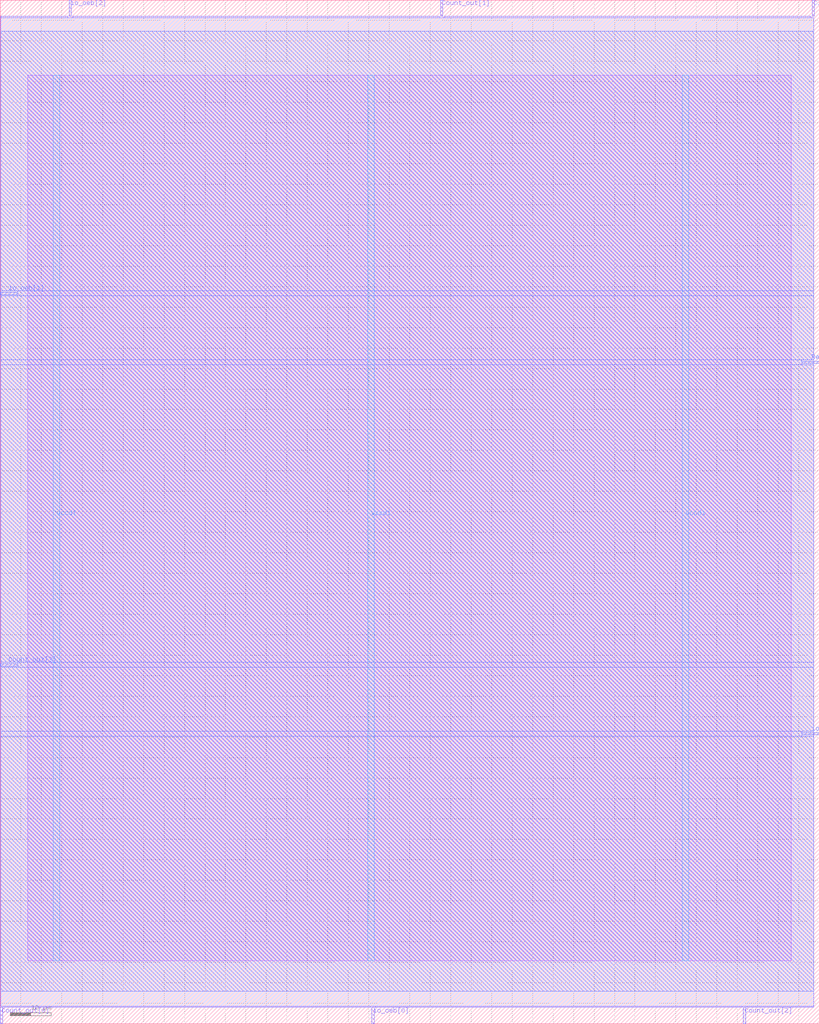
<source format=lef>
VERSION 5.7 ;
  NOWIREEXTENSIONATPIN ON ;
  DIVIDERCHAR "/" ;
  BUSBITCHARS "[]" ;
MACRO ring_counter
  CLASS BLOCK ;
  FOREIGN ring_counter ;
  ORIGIN 0.000 0.000 ;
  SIZE 200.000 BY 250.000 ;
  PIN Clock
    DIRECTION INPUT ;
    USE SIGNAL ;
    PORT
      LAYER Metal2 ;
        RECT 198.240 246.000 198.800 250.000 ;
    END
  END Clock
  PIN Count_out[0]
    DIRECTION OUTPUT TRISTATE ;
    USE SIGNAL ;
    PORT
      LAYER Metal2 ;
        RECT 0.000 0.000 0.560 4.000 ;
    END
  END Count_out[0]
  PIN Count_out[1]
    DIRECTION OUTPUT TRISTATE ;
    USE SIGNAL ;
    PORT
      LAYER Metal2 ;
        RECT 107.520 246.000 108.080 250.000 ;
    END
  END Count_out[1]
  PIN Count_out[2]
    DIRECTION OUTPUT TRISTATE ;
    USE SIGNAL ;
    PORT
      LAYER Metal2 ;
        RECT 181.440 0.000 182.000 4.000 ;
    END
  END Count_out[2]
  PIN Count_out[3]
    DIRECTION OUTPUT TRISTATE ;
    USE SIGNAL ;
    PORT
      LAYER Metal3 ;
        RECT 0.000 87.360 4.000 87.920 ;
    END
  END Count_out[3]
  PIN Reset
    DIRECTION INPUT ;
    USE SIGNAL ;
    PORT
      LAYER Metal3 ;
        RECT 196.000 161.280 200.000 161.840 ;
    END
  END Reset
  PIN io_oeb[0]
    DIRECTION OUTPUT TRISTATE ;
    USE SIGNAL ;
    PORT
      LAYER Metal2 ;
        RECT 90.720 0.000 91.280 4.000 ;
    END
  END io_oeb[0]
  PIN io_oeb[1]
    DIRECTION OUTPUT TRISTATE ;
    USE SIGNAL ;
    PORT
      LAYER Metal3 ;
        RECT 0.000 178.080 4.000 178.640 ;
    END
  END io_oeb[1]
  PIN io_oeb[2]
    DIRECTION OUTPUT TRISTATE ;
    USE SIGNAL ;
    PORT
      LAYER Metal2 ;
        RECT 16.800 246.000 17.360 250.000 ;
    END
  END io_oeb[2]
  PIN io_oeb[3]
    DIRECTION OUTPUT TRISTATE ;
    USE SIGNAL ;
    PORT
      LAYER Metal3 ;
        RECT 196.000 70.560 200.000 71.120 ;
    END
  END io_oeb[3]
  PIN vccd1
    DIRECTION INOUT ;
    USE POWER ;
    PORT
      LAYER Metal4 ;
        RECT 12.920 15.380 14.520 231.580 ;
    END
    PORT
      LAYER Metal4 ;
        RECT 166.520 15.380 168.120 231.580 ;
    END
  END vccd1
  PIN vssd1
    DIRECTION INOUT ;
    USE GROUND ;
    PORT
      LAYER Metal4 ;
        RECT 89.720 15.380 91.320 231.580 ;
    END
  END vssd1
  OBS
      LAYER Metal1 ;
        RECT 6.720 15.380 193.200 231.580 ;
      LAYER Metal2 ;
        RECT 0.140 245.700 16.500 246.000 ;
        RECT 17.660 245.700 107.220 246.000 ;
        RECT 108.380 245.700 197.940 246.000 ;
        RECT 0.140 4.300 198.660 245.700 ;
        RECT 0.860 4.000 90.420 4.300 ;
        RECT 91.580 4.000 181.140 4.300 ;
        RECT 182.300 4.000 198.660 4.300 ;
      LAYER Metal3 ;
        RECT 0.090 178.940 198.710 242.340 ;
        RECT 4.300 177.780 198.710 178.940 ;
        RECT 0.090 162.140 198.710 177.780 ;
        RECT 0.090 160.980 195.700 162.140 ;
        RECT 0.090 88.220 198.710 160.980 ;
        RECT 4.300 87.060 198.710 88.220 ;
        RECT 0.090 71.420 198.710 87.060 ;
        RECT 0.090 70.260 195.700 71.420 ;
        RECT 0.090 7.980 198.710 70.260 ;
  END
END ring_counter
END LIBRARY


</source>
